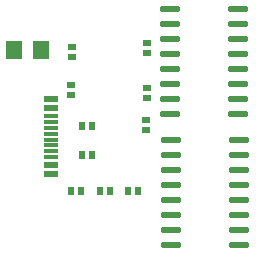
<source format=gtp>
G04*
G04 #@! TF.GenerationSoftware,Altium Limited,Altium Designer,22.0.2 (36)*
G04*
G04 Layer_Color=8421504*
%FSLAX24Y24*%
%MOIN*%
G70*
G04*
G04 #@! TF.SameCoordinates,46051EB8-178F-4A71-8072-0C991FAB0142*
G04*
G04*
G04 #@! TF.FilePolarity,Positive*
G04*
G01*
G75*
%ADD15R,0.0256X0.0236*%
%ADD16O,0.0687X0.0220*%
%ADD17R,0.0236X0.0256*%
%ADD18R,0.0453X0.0236*%
%ADD19R,0.0453X0.0118*%
%ADD20R,0.0526X0.0591*%
G36*
X1887Y6606D02*
X1887Y6771D01*
X2062D01*
Y6948D01*
X1889D01*
X1887Y7110D01*
X1907Y7130D01*
X2360D01*
X2379Y7110D01*
Y6606D01*
X2360Y6586D01*
X1907D01*
X1887Y6606D01*
D02*
G37*
D15*
X5650Y4165D02*
D03*
Y4500D02*
D03*
X3150Y5350D02*
D03*
Y5685D02*
D03*
X3200Y6600D02*
D03*
Y6935D02*
D03*
X5700Y5567D02*
D03*
Y5233D02*
D03*
X5700Y6733D02*
D03*
Y7067D02*
D03*
D16*
X8712Y4700D02*
D03*
Y5200D02*
D03*
Y5700D02*
D03*
Y6200D02*
D03*
Y6700D02*
D03*
Y7200D02*
D03*
Y7700D02*
D03*
Y8200D02*
D03*
X6450Y4700D02*
D03*
Y5200D02*
D03*
Y5700D02*
D03*
Y6200D02*
D03*
Y6700D02*
D03*
Y7200D02*
D03*
Y7700D02*
D03*
Y8200D02*
D03*
X8762Y350D02*
D03*
Y850D02*
D03*
Y1350D02*
D03*
Y1850D02*
D03*
Y2350D02*
D03*
Y2850D02*
D03*
Y3350D02*
D03*
Y3850D02*
D03*
X6500Y350D02*
D03*
Y850D02*
D03*
Y1350D02*
D03*
Y1850D02*
D03*
Y2350D02*
D03*
Y2850D02*
D03*
Y3350D02*
D03*
Y3850D02*
D03*
D17*
X5385Y2150D02*
D03*
X5050D02*
D03*
X3533Y4300D02*
D03*
X3867D02*
D03*
X3533Y3350D02*
D03*
X3867D02*
D03*
X3165Y2150D02*
D03*
X3500D02*
D03*
X4133Y2150D02*
D03*
X4467D02*
D03*
D18*
X2480Y5210D02*
D03*
Y4895D02*
D03*
Y2690D02*
D03*
Y3005D02*
D03*
D19*
Y3261D02*
D03*
Y3458D02*
D03*
Y3655D02*
D03*
Y3852D02*
D03*
Y4048D02*
D03*
Y4245D02*
D03*
Y4442D02*
D03*
Y4639D02*
D03*
D20*
X2150Y6850D02*
D03*
X1250D02*
D03*
M02*

</source>
